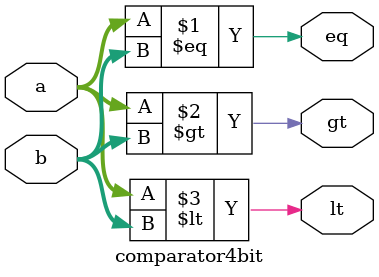
<source format=v>
module comparator4bit(
    input [3:0] a, b,
    output eq, gt, lt
);
    assign eq = (a == b);
    assign gt = (a > b);
    assign lt = (a < b);
endmodule

</source>
